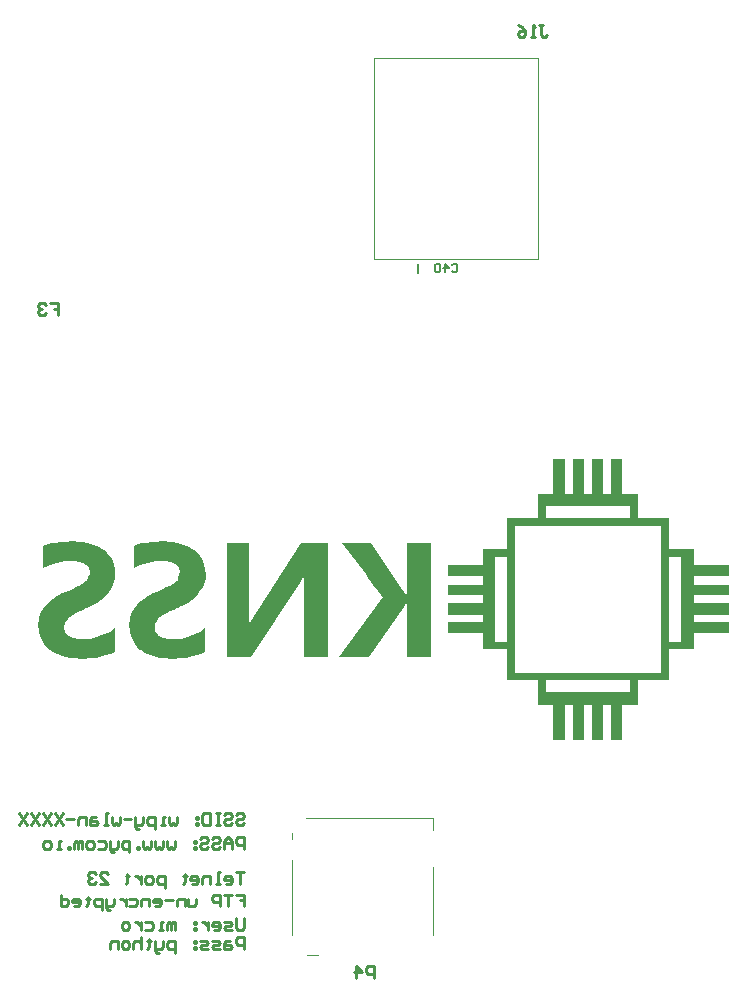
<source format=gbo>
G04*
G04 #@! TF.GenerationSoftware,Altium Limited,Altium Designer,18.1.9 (240)*
G04*
G04 Layer_Color=32896*
%FSLAX44Y44*%
%MOMM*%
G71*
G01*
G75*
%ADD10C,0.2500*%
%ADD13C,0.2000*%
%ADD14C,0.2540*%
%ADD15C,0.1000*%
%ADD16C,0.1500*%
G36*
X574723Y459273D02*
Y458717D01*
Y457328D01*
Y455662D01*
Y453162D01*
Y449551D01*
Y445384D01*
Y430107D01*
X588056D01*
X588056Y409829D01*
X614445Y409829D01*
Y383718D01*
X635278D01*
Y369829D01*
X665000D01*
Y360941D01*
X635278D01*
Y353441D01*
X665000D01*
Y344830D01*
X635278D01*
Y337885D01*
X665000D01*
Y327886D01*
X635278D01*
Y321497D01*
X665000D01*
Y312330D01*
X635278D01*
Y298719D01*
X614445D01*
Y272608D01*
X588056Y272608D01*
X588056Y251775D01*
X574723D01*
Y222053D01*
X565557D01*
Y251775D01*
X558612D01*
Y222053D01*
X549168D01*
Y251775D01*
X542224D01*
Y222053D01*
X533057D01*
Y251775D01*
X526113D01*
Y222053D01*
X516668D01*
Y251775D01*
X503335D01*
X503335Y272608D01*
X477224D01*
Y298719D01*
X456947D01*
Y312330D01*
X427225Y312330D01*
Y321497D01*
X456947Y321497D01*
Y327886D01*
X427225Y327886D01*
Y337885D01*
X456947Y337885D01*
Y344830D01*
X427225Y344830D01*
Y353441D01*
X456947Y353441D01*
Y360941D01*
X427225Y360941D01*
Y369829D01*
X456947Y369829D01*
Y383718D01*
X477224D01*
Y409829D01*
X503335D01*
X503335Y430107D01*
X516668D01*
Y459828D01*
X526113D01*
Y430107D01*
X533057D01*
Y459828D01*
X542224D01*
Y430107D01*
X549168D01*
Y459828D01*
X558612D01*
Y430107D01*
X565557D01*
Y459828D01*
X574723D01*
Y459273D01*
D02*
G37*
G36*
X413336Y292330D02*
X392225D01*
Y339274D01*
X391948Y338996D01*
X391392Y337608D01*
X390837Y335941D01*
X390003Y334274D01*
X360837Y292330D01*
X335282D01*
X371948Y342885D01*
Y343163D01*
X371392Y343719D01*
X370559Y344830D01*
X369170Y346774D01*
X368337Y347885D01*
X366948Y349552D01*
X365559Y351496D01*
X364170Y353441D01*
X362226Y355941D01*
X360004Y358996D01*
X357781Y362052D01*
X355004Y365663D01*
X337504Y388440D01*
X362504D01*
X389448Y348163D01*
X389725Y347885D01*
X390281Y346774D01*
X391392Y345107D01*
X392225Y342885D01*
Y388440D01*
X413336D01*
Y292330D01*
D02*
G37*
G36*
X325560D02*
X305560D01*
Y347052D01*
Y347607D01*
Y348718D01*
Y350663D01*
Y352885D01*
X305838Y357885D01*
Y360385D01*
X306115Y362329D01*
X305838Y361774D01*
X305004Y360107D01*
X303615Y357885D01*
X301671Y354552D01*
X260838Y292330D01*
X240005D01*
Y388440D01*
X259172D01*
Y333719D01*
Y333163D01*
Y332052D01*
Y330385D01*
Y328441D01*
X258894Y323997D01*
Y322052D01*
X258616Y320386D01*
X259172D01*
X302782Y388440D01*
X325560D01*
Y292330D01*
D02*
G37*
G36*
X191117Y389829D02*
X194728Y389274D01*
X199172Y388440D01*
X203617Y387051D01*
X208061Y385385D01*
X212228Y382885D01*
X212783Y382607D01*
X213894Y381496D01*
X215561Y379829D01*
X217228Y377607D01*
X219172Y374829D01*
X220839Y371218D01*
X221950Y367052D01*
X222505Y362329D01*
Y362052D01*
Y361496D01*
X222227Y360663D01*
Y359274D01*
X221394Y355941D01*
X219728Y351774D01*
X218617Y349552D01*
X216950Y347330D01*
X215283Y345107D01*
X213061Y342607D01*
X210561Y340385D01*
X207505Y338163D01*
X203894Y336219D01*
X200006Y334274D01*
X199728D01*
X199450Y333997D01*
X197783Y333441D01*
X195283Y332330D01*
X192228Y330941D01*
X189172Y329552D01*
X186395Y327885D01*
X183895Y326219D01*
X182228Y324830D01*
X181950Y324552D01*
X181672Y324274D01*
X180561Y322608D01*
X179450Y320108D01*
X178895Y318719D01*
Y317052D01*
Y316774D01*
Y316497D01*
X179450Y314552D01*
X180006Y313441D01*
X180561Y312330D01*
X181672Y310941D01*
X183061Y309830D01*
X183339D01*
X183895Y309275D01*
X184728Y308997D01*
X186117Y308441D01*
X187784Y307886D01*
X190006Y307608D01*
X192784Y307052D01*
X197228D01*
X198339Y307330D01*
X201117Y307608D01*
X204450Y308163D01*
X208617Y309552D01*
X213061Y311219D01*
X217505Y313441D01*
X221950Y316774D01*
Y296497D01*
X221394Y296219D01*
X220005Y295664D01*
X217783Y294552D01*
X214450Y293719D01*
X210561Y292608D01*
X206117Y291497D01*
X200561Y290941D01*
X194728Y290664D01*
X191672D01*
X188617Y290941D01*
X184450Y291497D01*
X180006Y292330D01*
X175561Y293719D01*
X171117Y295386D01*
X167228Y297886D01*
X166673Y298164D01*
X165562Y299275D01*
X164173Y300941D01*
X162228Y303164D01*
X160562Y306219D01*
X158895Y309830D01*
X157784Y314275D01*
X157506Y319274D01*
Y319552D01*
Y320941D01*
X157784Y322608D01*
X158062Y324830D01*
X158895Y327330D01*
X159728Y329830D01*
X161117Y332608D01*
X162784Y335385D01*
X163062Y335663D01*
X163895Y336496D01*
X165006Y337885D01*
X167228Y339552D01*
X169728Y341496D01*
X173339Y343719D01*
X177506Y345941D01*
X182506Y348163D01*
X183061Y348441D01*
X184450Y348996D01*
X186395Y350107D01*
X188895Y351218D01*
X191672Y352607D01*
X194172Y353996D01*
X196117Y355385D01*
X197783Y356496D01*
Y356774D01*
X198339Y357052D01*
X199172Y358718D01*
X200006Y361218D01*
X200561Y364274D01*
Y364552D01*
Y365107D01*
X200006Y366774D01*
X199450Y367885D01*
X198617Y368996D01*
X197506Y370107D01*
X196117Y371218D01*
X195839D01*
X195283Y371496D01*
X194172Y372052D01*
X193061Y372607D01*
X191117Y372885D01*
X189172Y373440D01*
X186950Y373718D01*
X181950D01*
X179728Y373440D01*
X176395Y372885D01*
X173062Y372052D01*
X169173Y370941D01*
X165284Y369552D01*
X161395Y367329D01*
Y386496D01*
X161950Y386774D01*
X163062Y387051D01*
X165006Y387607D01*
X167784Y388440D01*
X171395Y388996D01*
X175561Y389551D01*
X180006Y389829D01*
X185284Y390107D01*
X188061D01*
X191117Y389829D01*
D02*
G37*
G36*
X114451Y389829D02*
X118340Y389273D01*
X122784Y388440D01*
X127229Y387051D01*
X131673Y385385D01*
X135840Y382885D01*
X136395Y382607D01*
X137506Y381496D01*
X138895Y379829D01*
X140840Y377607D01*
X142784Y374829D01*
X144173Y371218D01*
X145284Y367052D01*
X145840Y362329D01*
Y362052D01*
Y361496D01*
X145562Y360663D01*
Y359274D01*
X144728Y355941D01*
X143062Y351774D01*
X141673Y349552D01*
X140284Y347330D01*
X138340Y345107D01*
X136117Y342607D01*
X133617Y340385D01*
X130562Y338163D01*
X126951Y336219D01*
X123062Y334274D01*
X122784D01*
X122507Y333996D01*
X120840Y333441D01*
X118618Y332330D01*
X115562Y330941D01*
X112784Y329552D01*
X110007Y327885D01*
X107507Y326219D01*
X105840Y324830D01*
X105562Y324552D01*
X105285Y324274D01*
X103896Y322608D01*
X102785Y320108D01*
X102507Y318719D01*
X102229Y317052D01*
Y316774D01*
Y316497D01*
X102785Y314552D01*
X103340Y313441D01*
X104173Y312330D01*
X105285Y310941D01*
X106673Y309830D01*
X106951D01*
X107507Y309275D01*
X108340Y308997D01*
X109729Y308441D01*
X111673Y307886D01*
X113618Y307608D01*
X116118Y307052D01*
X120562D01*
X121673Y307330D01*
X124451Y307608D01*
X128062Y308163D01*
X132229Y309552D01*
X136395Y311219D01*
X140840Y313441D01*
X145284Y316774D01*
Y296497D01*
X144728Y296219D01*
X143340Y295664D01*
X141117Y294552D01*
X138062Y293719D01*
X134173Y292608D01*
X129451Y291497D01*
X124451Y290941D01*
X118618Y290664D01*
X115562D01*
X112507Y290941D01*
X108340Y291497D01*
X103896Y292330D01*
X99173Y293719D01*
X94729Y295386D01*
X90562Y297886D01*
X90007Y298164D01*
X88896Y299275D01*
X87507Y300941D01*
X85562Y303164D01*
X83618Y306219D01*
X82229Y309830D01*
X81118Y314275D01*
X80563Y319274D01*
Y319552D01*
Y320941D01*
X80840Y322608D01*
X81118Y324830D01*
X81952Y327330D01*
X82785Y329830D01*
X84174Y332608D01*
X85840Y335385D01*
X86118Y335663D01*
X86951Y336496D01*
X88340Y337885D01*
X90285Y339552D01*
X93062Y341496D01*
X96396Y343718D01*
X100562Y345941D01*
X105562Y348163D01*
X106118Y348441D01*
X107507Y348996D01*
X109729Y350107D01*
X111951Y351218D01*
X114729Y352607D01*
X117229Y353996D01*
X119451Y355385D01*
X121118Y356496D01*
Y356774D01*
X121673Y357052D01*
X122507Y358718D01*
X123618Y361218D01*
X123895Y362607D01*
X124173Y364274D01*
Y364552D01*
Y365107D01*
X123618Y366774D01*
X123062Y367885D01*
X122229Y368996D01*
X121118Y370107D01*
X119729Y371218D01*
X119451D01*
X118896Y371496D01*
X117784Y372052D01*
X116396Y372607D01*
X114729Y372885D01*
X112507Y373440D01*
X110285Y373718D01*
X105285D01*
X103062Y373440D01*
X99729Y372885D01*
X96396Y372052D01*
X92507Y370940D01*
X88618Y369552D01*
X84729Y367329D01*
Y386496D01*
X85285Y386774D01*
X86396Y387051D01*
X88618Y387607D01*
X91396Y388440D01*
X95007Y388996D01*
X98896Y389551D01*
X103618Y389829D01*
X108618Y390107D01*
X111396D01*
X114451Y389829D01*
D02*
G37*
%LPC*%
G36*
X581112Y419829D02*
X510280D01*
X510280Y409829D01*
X581112D01*
X581112Y414551D01*
Y416218D01*
Y417329D01*
Y418440D01*
Y418996D01*
Y419551D01*
Y419829D01*
D02*
G37*
G36*
X624723Y376774D02*
X614445D01*
Y376496D01*
Y375663D01*
Y374829D01*
Y373718D01*
Y372329D01*
Y370663D01*
Y368441D01*
Y365941D01*
Y363163D01*
Y359830D01*
Y355941D01*
Y351496D01*
Y346774D01*
Y341219D01*
Y305108D01*
X624723D01*
Y376774D01*
D02*
G37*
G36*
X477224Y376774D02*
X467225D01*
Y305108D01*
X477224D01*
Y341219D01*
Y346774D01*
Y351496D01*
Y355941D01*
Y359829D01*
Y363163D01*
Y365941D01*
Y368441D01*
Y370663D01*
Y372329D01*
Y373718D01*
Y374829D01*
Y375663D01*
Y376496D01*
Y376774D01*
D02*
G37*
G36*
X607501Y402885D02*
X484169Y402885D01*
Y278997D01*
X607501Y278997D01*
Y341219D01*
Y350941D01*
Y359552D01*
Y367052D01*
Y373718D01*
Y379552D01*
Y384552D01*
Y388718D01*
Y392329D01*
Y395385D01*
Y397607D01*
Y399551D01*
Y400940D01*
Y401773D01*
Y402329D01*
Y402885D01*
D02*
G37*
G36*
X581112Y272608D02*
X510280D01*
X510280Y262331D01*
X581112D01*
X581112Y267331D01*
Y268720D01*
Y269831D01*
Y271497D01*
Y272331D01*
Y272608D01*
D02*
G37*
%LPD*%
D10*
X254300Y70997D02*
Y62666D01*
X252634Y61000D01*
X249302D01*
X247635Y62666D01*
Y70997D01*
X244303Y61000D02*
X239305D01*
X237639Y62666D01*
X239305Y64332D01*
X242637D01*
X244303Y65998D01*
X242637Y67664D01*
X237639D01*
X229308Y61000D02*
X232640D01*
X234306Y62666D01*
Y65998D01*
X232640Y67664D01*
X229308D01*
X227642Y65998D01*
Y64332D01*
X234306D01*
X224310Y67664D02*
Y61000D01*
Y64332D01*
X222644Y65998D01*
X220977Y67664D01*
X219311D01*
X214313D02*
X212647D01*
Y65998D01*
X214313D01*
Y67664D01*
Y62666D02*
X212647D01*
Y61000D01*
X214313D01*
Y62666D01*
X195986Y61000D02*
Y67664D01*
X194319D01*
X192653Y65998D01*
Y61000D01*
Y65998D01*
X190987Y67664D01*
X189321Y65998D01*
Y61000D01*
X185989D02*
X182656D01*
X184322D01*
Y67664D01*
X185989D01*
X170993D02*
X175992D01*
X177658Y65998D01*
Y62666D01*
X175992Y61000D01*
X170993D01*
X167661Y67664D02*
Y61000D01*
Y64332D01*
X165995Y65998D01*
X164329Y67664D01*
X162663D01*
X155998Y61000D02*
X152666D01*
X151000Y62666D01*
Y65998D01*
X152666Y67664D01*
X155998D01*
X157664Y65998D01*
Y62666D01*
X155998Y61000D01*
X254300Y45000D02*
Y54997D01*
X249302D01*
X247635Y53331D01*
Y49998D01*
X249302Y48332D01*
X254300D01*
X242637Y51665D02*
X239305D01*
X237639Y49998D01*
Y45000D01*
X242637D01*
X244303Y46666D01*
X242637Y48332D01*
X237639D01*
X234306Y45000D02*
X229308D01*
X227642Y46666D01*
X229308Y48332D01*
X232640D01*
X234306Y49998D01*
X232640Y51665D01*
X227642D01*
X224310Y45000D02*
X219311D01*
X217645Y46666D01*
X219311Y48332D01*
X222644D01*
X224310Y49998D01*
X222644Y51665D01*
X217645D01*
X214313D02*
X212647D01*
Y49998D01*
X214313D01*
Y51665D01*
Y46666D02*
X212647D01*
Y45000D01*
X214313D01*
Y46666D01*
X195986Y41668D02*
Y51665D01*
X190987D01*
X189321Y49998D01*
Y46666D01*
X190987Y45000D01*
X195986D01*
X185989Y51665D02*
Y46666D01*
X184322Y45000D01*
X179324D01*
Y43334D01*
X180990Y41668D01*
X182656D01*
X179324Y45000D02*
Y51665D01*
X174326Y53331D02*
Y51665D01*
X175992D01*
X172660D01*
X174326D01*
Y46666D01*
X172660Y45000D01*
X167661Y54997D02*
Y45000D01*
Y49998D01*
X165995Y51665D01*
X162663D01*
X160997Y49998D01*
Y45000D01*
X155998D02*
X152666D01*
X151000Y46666D01*
Y49998D01*
X152666Y51665D01*
X155998D01*
X157664Y49998D01*
Y46666D01*
X155998Y45000D01*
X147668D02*
Y51665D01*
X142669D01*
X141003Y49998D01*
Y45000D01*
X254294Y109997D02*
X247630D01*
X250962D01*
Y100000D01*
X239299D02*
X242632D01*
X244298Y101666D01*
Y104998D01*
X242632Y106664D01*
X239299D01*
X237633Y104998D01*
Y103332D01*
X244298D01*
X234301Y100000D02*
X230969D01*
X232635D01*
Y109997D01*
X234301D01*
X225970Y100000D02*
Y106664D01*
X220972D01*
X219306Y104998D01*
Y100000D01*
X210975D02*
X214307D01*
X215973Y101666D01*
Y104998D01*
X214307Y106664D01*
X210975D01*
X209309Y104998D01*
Y103332D01*
X215973D01*
X204311Y108331D02*
Y106664D01*
X205977D01*
X202645D01*
X204311D01*
Y101666D01*
X202645Y100000D01*
X187649Y96668D02*
Y106664D01*
X182651D01*
X180985Y104998D01*
Y101666D01*
X182651Y100000D01*
X187649D01*
X175986D02*
X172654D01*
X170988Y101666D01*
Y104998D01*
X172654Y106664D01*
X175986D01*
X177652Y104998D01*
Y101666D01*
X175986Y100000D01*
X167656Y106664D02*
Y100000D01*
Y103332D01*
X165990Y104998D01*
X164324Y106664D01*
X162657D01*
X155993Y108331D02*
Y106664D01*
X157659D01*
X154327D01*
X155993D01*
Y101666D01*
X154327Y100000D01*
X132667D02*
X139332D01*
X132667Y106664D01*
Y108331D01*
X134333Y109997D01*
X137665D01*
X139332Y108331D01*
X129335D02*
X127669Y109997D01*
X124336D01*
X122670Y108331D01*
Y106664D01*
X124336Y104998D01*
X126003D01*
X124336D01*
X122670Y103332D01*
Y101666D01*
X124336Y100000D01*
X127669D01*
X129335Y101666D01*
X247635Y90997D02*
X254300D01*
Y85998D01*
X250968D01*
X254300D01*
Y81000D01*
X244303Y90997D02*
X237639D01*
X240971D01*
Y81000D01*
X234306D02*
Y90997D01*
X229308D01*
X227642Y89331D01*
Y85998D01*
X229308Y84332D01*
X234306D01*
X214313Y87664D02*
Y82666D01*
X212647Y81000D01*
X207648D01*
Y87664D01*
X204316Y81000D02*
Y87664D01*
X199318D01*
X197652Y85998D01*
Y81000D01*
X194319Y85998D02*
X187655D01*
X179324Y81000D02*
X182656D01*
X184322Y82666D01*
Y85998D01*
X182656Y87664D01*
X179324D01*
X177658Y85998D01*
Y84332D01*
X184322D01*
X174326Y81000D02*
Y87664D01*
X169327D01*
X167661Y85998D01*
Y81000D01*
X157664Y87664D02*
X162663D01*
X164329Y85998D01*
Y82666D01*
X162663Y81000D01*
X157664D01*
X154332Y87664D02*
Y81000D01*
Y84332D01*
X152666Y85998D01*
X151000Y87664D01*
X149334D01*
X144335D02*
Y82666D01*
X142669Y81000D01*
X137671D01*
Y79334D01*
X139337Y77668D01*
X141003D01*
X137671Y81000D02*
Y87664D01*
X134339Y77668D02*
Y87664D01*
X129340D01*
X127674Y85998D01*
Y82666D01*
X129340Y81000D01*
X134339D01*
X122676Y89331D02*
Y87664D01*
X124342D01*
X121010D01*
X122676D01*
Y82666D01*
X121010Y81000D01*
X111013D02*
X114345D01*
X116011Y82666D01*
Y85998D01*
X114345Y87664D01*
X111013D01*
X109347Y85998D01*
Y84332D01*
X116011D01*
X99350Y90997D02*
Y81000D01*
X104348D01*
X106014Y82666D01*
Y85998D01*
X104348Y87664D01*
X99350D01*
X247630Y158331D02*
X249296Y159997D01*
X252628D01*
X254294Y158331D01*
Y156664D01*
X252628Y154998D01*
X249296D01*
X247630Y153332D01*
Y151666D01*
X249296Y150000D01*
X252628D01*
X254294Y151666D01*
X237633Y158331D02*
X239299Y159997D01*
X242632D01*
X244298Y158331D01*
Y156664D01*
X242632Y154998D01*
X239299D01*
X237633Y153332D01*
Y151666D01*
X239299Y150000D01*
X242632D01*
X244298Y151666D01*
X234301Y159997D02*
X230969D01*
X232635D01*
Y150000D01*
X234301D01*
X230969D01*
X225970Y159997D02*
Y150000D01*
X220972D01*
X219306Y151666D01*
Y158331D01*
X220972Y159997D01*
X225970D01*
X215973Y156664D02*
X214307D01*
Y154998D01*
X215973D01*
Y156664D01*
Y151666D02*
X214307D01*
Y150000D01*
X215973D01*
Y151666D01*
X197646Y156664D02*
Y151666D01*
X195980Y150000D01*
X194314Y151666D01*
X192648Y150000D01*
X190982Y151666D01*
Y156664D01*
X187649Y150000D02*
X184317D01*
X185983D01*
Y156664D01*
X187649D01*
X179319Y146668D02*
Y156664D01*
X174320D01*
X172654Y154998D01*
Y151666D01*
X174320Y150000D01*
X179319D01*
X169322Y156664D02*
Y151666D01*
X167656Y150000D01*
X162657D01*
Y148334D01*
X164324Y146668D01*
X165990D01*
X162657Y150000D02*
Y156664D01*
X159325Y154998D02*
X152661D01*
X149328Y156664D02*
Y151666D01*
X147662Y150000D01*
X145996Y151666D01*
X144330Y150000D01*
X142664Y151666D01*
Y156664D01*
X139332Y150000D02*
X135999D01*
X137665D01*
Y159997D01*
X139332D01*
X129335Y156664D02*
X126003D01*
X124336Y154998D01*
Y150000D01*
X129335D01*
X131001Y151666D01*
X129335Y153332D01*
X124336D01*
X121004Y150000D02*
Y156664D01*
X116006D01*
X114340Y154998D01*
Y150000D01*
X111007Y154998D02*
X104343D01*
X101011Y159997D02*
X94346Y150000D01*
Y159997D02*
X101011Y150000D01*
X91014Y159997D02*
X84349Y150000D01*
Y159997D02*
X91014Y150000D01*
X81017Y159997D02*
X74352Y150000D01*
Y159997D02*
X81017Y150000D01*
X71020Y159997D02*
X64356Y150000D01*
Y159997D02*
X71020Y150000D01*
X254294Y130000D02*
Y139997D01*
X249296D01*
X247630Y138331D01*
Y134998D01*
X249296Y133332D01*
X254294D01*
X244298Y130000D02*
Y136664D01*
X240965Y139997D01*
X237633Y136664D01*
Y130000D01*
Y134998D01*
X244298D01*
X227636Y138331D02*
X229303Y139997D01*
X232635D01*
X234301Y138331D01*
Y136664D01*
X232635Y134998D01*
X229303D01*
X227636Y133332D01*
Y131666D01*
X229303Y130000D01*
X232635D01*
X234301Y131666D01*
X217640Y138331D02*
X219306Y139997D01*
X222638D01*
X224304Y138331D01*
Y136664D01*
X222638Y134998D01*
X219306D01*
X217640Y133332D01*
Y131666D01*
X219306Y130000D01*
X222638D01*
X224304Y131666D01*
X214307Y136664D02*
X212641D01*
Y134998D01*
X214307D01*
Y136664D01*
Y131666D02*
X212641D01*
Y130000D01*
X214307D01*
Y131666D01*
X195980Y136664D02*
Y131666D01*
X194314Y130000D01*
X192648Y131666D01*
X190982Y130000D01*
X189315Y131666D01*
Y136664D01*
X185983D02*
Y131666D01*
X184317Y130000D01*
X182651Y131666D01*
X180985Y130000D01*
X179319Y131666D01*
Y136664D01*
X175986D02*
Y131666D01*
X174320Y130000D01*
X172654Y131666D01*
X170988Y130000D01*
X169322Y131666D01*
Y136664D01*
X165990Y130000D02*
Y131666D01*
X164324D01*
Y130000D01*
X165990D01*
X157659Y126668D02*
Y136664D01*
X152661D01*
X150995Y134998D01*
Y131666D01*
X152661Y130000D01*
X157659D01*
X147662Y136664D02*
Y131666D01*
X145996Y130000D01*
X140998D01*
Y128334D01*
X142664Y126668D01*
X144330D01*
X140998Y130000D02*
Y136664D01*
X131001D02*
X135999D01*
X137665Y134998D01*
Y131666D01*
X135999Y130000D01*
X131001D01*
X126003D02*
X122670D01*
X121004Y131666D01*
Y134998D01*
X122670Y136664D01*
X126003D01*
X127669Y134998D01*
Y131666D01*
X126003Y130000D01*
X117672D02*
Y136664D01*
X116006D01*
X114340Y134998D01*
Y130000D01*
Y134998D01*
X112674Y136664D01*
X111007Y134998D01*
Y130000D01*
X107675D02*
Y131666D01*
X106009D01*
Y130000D01*
X107675D01*
X99344D02*
X96012D01*
X97678D01*
Y136664D01*
X99344D01*
X89348Y130000D02*
X86015D01*
X84349Y131666D01*
Y134998D01*
X86015Y136664D01*
X89348D01*
X91014Y134998D01*
Y131666D01*
X89348Y130000D01*
D13*
X402000Y617300D02*
Y625300D01*
D14*
X90336Y591997D02*
X97000D01*
Y586998D01*
X93668D01*
X97000D01*
Y582000D01*
X87003Y590331D02*
X85337Y591997D01*
X82005D01*
X80339Y590331D01*
Y588665D01*
X82005Y586998D01*
X83671D01*
X82005D01*
X80339Y585332D01*
Y583666D01*
X82005Y582000D01*
X85337D01*
X87003Y583666D01*
X504590Y827111D02*
X507922D01*
X506256D01*
Y818780D01*
X507922Y817114D01*
X509588D01*
X511254Y818780D01*
X501257Y817114D02*
X497925D01*
X499591D01*
Y827111D01*
X501257Y825445D01*
X486262Y827111D02*
X489594Y825445D01*
X492927Y822112D01*
Y818780D01*
X491260Y817114D01*
X487928D01*
X486262Y818780D01*
Y820446D01*
X487928Y822112D01*
X492927D01*
X364670Y20696D02*
Y30693D01*
X359672D01*
X358005Y29027D01*
Y25694D01*
X359672Y24028D01*
X364670D01*
X349675Y20696D02*
Y30693D01*
X354673Y25694D01*
X348009D01*
D15*
X503251Y629499D02*
Y799099D01*
X364751D02*
X503251D01*
X364751Y629499D02*
Y799099D01*
Y629499D02*
X503251D01*
X414690Y145870D02*
Y156030D01*
X306740D02*
X414690D01*
X295310Y138250D02*
Y143330D01*
Y56970D02*
Y120470D01*
X308010Y40030D02*
X316900D01*
X414690Y56970D02*
Y114120D01*
D16*
X430335Y623831D02*
X431501Y624998D01*
X433834D01*
X435000Y623831D01*
Y619166D01*
X433834Y618000D01*
X431501D01*
X430335Y619166D01*
X424503Y618000D02*
Y624998D01*
X428002Y621499D01*
X423337D01*
X421004Y623831D02*
X419838Y624998D01*
X417506D01*
X416339Y623831D01*
Y619166D01*
X417506Y618000D01*
X419838D01*
X421004Y619166D01*
Y623831D01*
M02*

</source>
